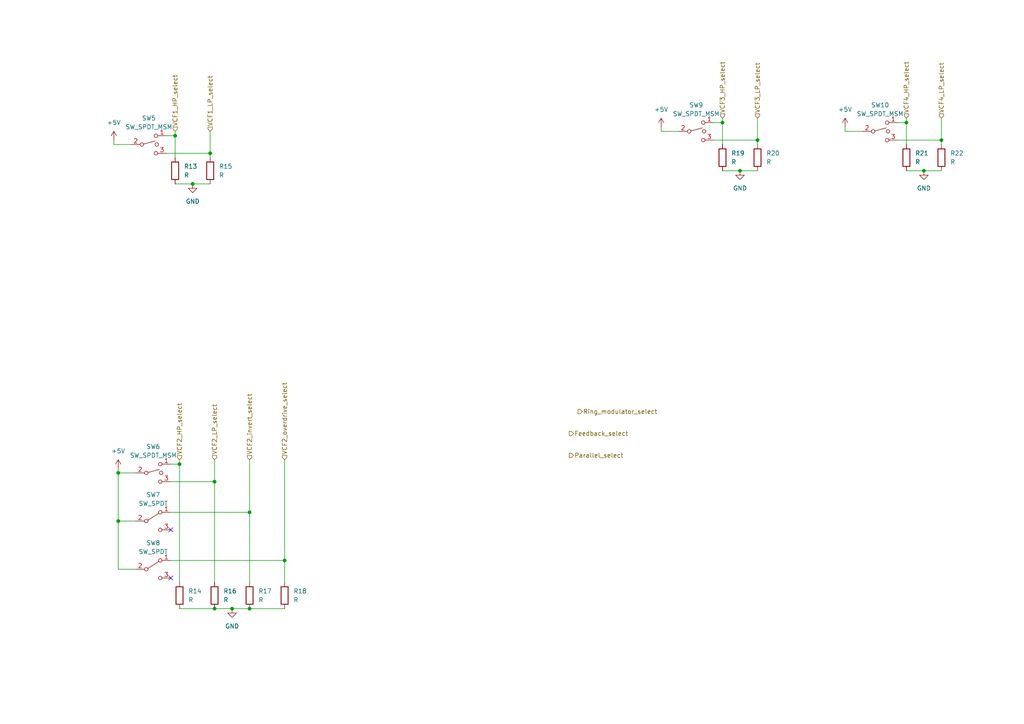
<source format=kicad_sch>
(kicad_sch (version 20210621) (generator eeschema)
  (paper "A4")
  (lib_symbols
    (symbol "Device:R" (pin_numbers hide) (pin_names (offset 0))
      (property "Reference" "R" (at 2.032 0 90))
      (property "Value" "R" (at 0 0 90))
      (symbol "R_0_1"
        (rectangle (start -1.016 -2.54) (end 1.016 2.54) (stroke (width 0.254)))
      )
      (symbol "R_1_1"
        (pin passive line (at 0 3.81 270) (length 1.27) (name "~") (number "1"))
        (pin passive line (at 0 -3.81 90) (length 1.27) (name "~") (number "2"))
      )
    )
    (symbol "Switch:SW_SPDT" (pin_names (offset 0) hide)
      (property "Reference" "SW" (at 0 4.318 0))
      (property "Value" "SW_SPDT" (at 0 -5.08 0))
      (symbol "SW_SPDT_0_0"
        (circle (center -2.032 0) (radius 0.508))
        (circle (center 2.032 -2.54) (radius 0.508))
      )
      (symbol "SW_SPDT_0_1"
        (polyline (pts (xy -1.524 0.254) (xy 1.651 2.286)))
        (circle (center 2.032 2.54) (radius 0.508))
      )
      (symbol "SW_SPDT_1_1"
        (pin passive line (at 5.08 2.54 180) (length 2.54) (name "A") (number "1"))
        (pin passive line (at -5.08 0 0) (length 2.54) (name "B") (number "2"))
        (pin passive line (at 5.08 -2.54 180) (length 2.54) (name "C") (number "3"))
      )
    )
    (symbol "Switch:SW_SPDT_MSM" (pin_names (offset 0) hide)
      (property "Reference" "SW" (at 0 5.08 0))
      (property "Value" "SW_SPDT_MSM" (at 0 -5.08 0))
      (symbol "SW_SPDT_MSM_0_0"
        (circle (center -2.032 0) (radius 0.508))
        (polyline (pts (xy -1.524 0.127) (xy 1.778 1.016)))
        (circle (center 2.032 -2.54) (radius 0.508))
      )
      (symbol "SW_SPDT_MSM_0_1"
        (circle (center 2.032 2.54) (radius 0.508))
        (circle (center 2.286 0) (radius 0.508))
      )
      (symbol "SW_SPDT_MSM_1_1"
        (pin passive line (at 5.08 2.54 180) (length 2.54) (name "1") (number "1"))
        (pin passive line (at -5.08 0 0) (length 2.54) (name "2") (number "2"))
        (pin passive line (at 5.08 -2.54 180) (length 2.54) (name "3") (number "3"))
      )
    )
    (symbol "power:+5V" (power) (pin_names (offset 0))
      (property "Value" "+5V" (at 0 3.556 0))
      (symbol "+5V_0_1"
        (polyline (pts (xy -0.762 1.27) (xy 0 2.54)))
        (polyline (pts (xy 0 0) (xy 0 2.54)))
        (polyline (pts (xy 0 2.54) (xy 0.762 1.27)))
      )
      (symbol "+5V_1_1"
        (pin power_in line (at 0 0 90) (length 0) hide (name "+5V") (number "1"))
      )
    )
    (symbol "power:GND" (power) (pin_names (offset 0))
      (property "Value" "GND" (at 0 -3.81 0))
      (symbol "GND_0_1"
        (polyline (pts (xy 0 0) (xy 0 -1.27) (xy 1.27 -1.27) (xy 0 -2.54) (xy -1.27 -1.27) (xy 0 -1.27)))
      )
      (symbol "GND_1_1"
        (pin power_in line (at 0 0 270) (length 0) hide (name "GND") (number "1"))
      )
    )
  )
  (junction (at 34.29 137.16))
  (junction (at 62.23 139.7))
  (junction (at 219.71 40.64))
  (junction (at 273.05 40.64))
  (junction (at 62.23 176.53))
  (junction (at 209.55 35.56))
  (junction (at 82.55 162.56))
  (junction (at 72.39 176.53))
  (junction (at 52.07 134.62))
  (junction (at 72.39 148.59))
  (junction (at 60.96 44.45))
  (junction (at 67.31 176.53))
  (junction (at 55.88 53.34))
  (junction (at 50.8 39.37))
  (junction (at 262.89 35.56))
  (junction (at 214.63 49.53))
  (junction (at 267.97 49.53))
  (junction (at 34.29 151.13))
  (no_connect (at 49.53 167.64))
  (no_connect (at 49.53 153.67))
  (wire (pts (xy 49.53 148.59) (xy 72.39 148.59)))
  (wire (pts (xy 207.01 35.56) (xy 209.55 35.56)))
  (wire (pts (xy 33.02 40.64) (xy 33.02 41.91)))
  (wire (pts (xy 33.02 41.91) (xy 38.1 41.91)))
  (wire (pts (xy 260.35 40.64) (xy 273.05 40.64)))
  (wire (pts (xy 50.8 38.1) (xy 50.8 39.37)))
  (wire (pts (xy 50.8 39.37) (xy 50.8 45.72)))
  (wire (pts (xy 219.71 40.64) (xy 219.71 41.91)))
  (wire (pts (xy 34.29 151.13) (xy 39.37 151.13)))
  (wire (pts (xy 49.53 162.56) (xy 82.55 162.56)))
  (wire (pts (xy 262.89 49.53) (xy 267.97 49.53)))
  (wire (pts (xy 214.63 49.53) (xy 219.71 49.53)))
  (wire (pts (xy 49.53 134.62) (xy 52.07 134.62)))
  (wire (pts (xy 62.23 139.7) (xy 62.23 168.91)))
  (wire (pts (xy 262.89 34.29) (xy 262.89 35.56)))
  (wire (pts (xy 52.07 134.62) (xy 52.07 168.91)))
  (wire (pts (xy 260.35 35.56) (xy 262.89 35.56)))
  (wire (pts (xy 50.8 53.34) (xy 55.88 53.34)))
  (wire (pts (xy 55.88 53.34) (xy 60.96 53.34)))
  (wire (pts (xy 34.29 137.16) (xy 39.37 137.16)))
  (wire (pts (xy 207.01 40.64) (xy 219.71 40.64)))
  (wire (pts (xy 209.55 49.53) (xy 214.63 49.53)))
  (wire (pts (xy 245.11 38.1) (xy 250.19 38.1)))
  (wire (pts (xy 34.29 135.89) (xy 34.29 137.16)))
  (wire (pts (xy 273.05 40.64) (xy 273.05 41.91)))
  (wire (pts (xy 49.53 139.7) (xy 62.23 139.7)))
  (wire (pts (xy 191.77 36.83) (xy 191.77 38.1)))
  (wire (pts (xy 82.55 133.35) (xy 82.55 162.56)))
  (wire (pts (xy 82.55 162.56) (xy 82.55 168.91)))
  (wire (pts (xy 209.55 35.56) (xy 209.55 41.91)))
  (wire (pts (xy 72.39 133.35) (xy 72.39 148.59)))
  (wire (pts (xy 72.39 148.59) (xy 72.39 168.91)))
  (wire (pts (xy 219.71 34.29) (xy 219.71 40.64)))
  (wire (pts (xy 273.05 34.29) (xy 273.05 40.64)))
  (wire (pts (xy 62.23 133.35) (xy 62.23 139.7)))
  (wire (pts (xy 209.55 34.29) (xy 209.55 35.56)))
  (wire (pts (xy 267.97 49.53) (xy 273.05 49.53)))
  (wire (pts (xy 191.77 38.1) (xy 196.85 38.1)))
  (wire (pts (xy 60.96 38.1) (xy 60.96 44.45)))
  (wire (pts (xy 60.96 44.45) (xy 60.96 45.72)))
  (wire (pts (xy 52.07 133.35) (xy 52.07 134.62)))
  (wire (pts (xy 52.07 176.53) (xy 62.23 176.53)))
  (wire (pts (xy 62.23 176.53) (xy 67.31 176.53)))
  (wire (pts (xy 72.39 176.53) (xy 82.55 176.53)))
  (wire (pts (xy 67.31 176.53) (xy 72.39 176.53)))
  (wire (pts (xy 48.26 39.37) (xy 50.8 39.37)))
  (wire (pts (xy 34.29 151.13) (xy 34.29 137.16)))
  (wire (pts (xy 39.37 165.1) (xy 34.29 165.1)))
  (wire (pts (xy 34.29 165.1) (xy 34.29 151.13)))
  (wire (pts (xy 48.26 44.45) (xy 60.96 44.45)))
  (wire (pts (xy 262.89 35.56) (xy 262.89 41.91)))
  (wire (pts (xy 245.11 36.83) (xy 245.11 38.1)))
  (hierarchical_label "VCF3_LP_select" (shape input) (at 219.71 34.29 90))
  (hierarchical_label "Feedback_select" (shape output) (at 165.1 125.73 0))
  (hierarchical_label "Parallel_select" (shape output) (at 165.1 132.08 0))
  (hierarchical_label "Ring_modulator_select" (shape output) (at 167.64 119.38 0))
  (hierarchical_label "VCF2_LP_select" (shape input) (at 62.23 133.35 90))
  (hierarchical_label "VCF4_HP_select" (shape input) (at 262.89 34.29 90))
  (hierarchical_label "VCF3_HP_select" (shape input) (at 209.55 34.29 90))
  (hierarchical_label "VCF2_invert_select" (shape input) (at 72.39 133.35 90))
  (hierarchical_label "VCF2_HP_select" (shape input) (at 52.07 133.35 90))
  (hierarchical_label "VCF4_LP_select" (shape input) (at 273.05 34.29 90))
  (hierarchical_label "VCF1_HP_select" (shape input) (at 50.8 38.1 90))
  (hierarchical_label "VCF2_overdrive_select" (shape input) (at 82.55 133.35 90))
  (hierarchical_label "VCF1_LP_select" (shape input) (at 60.96 38.1 90))
  (symbol (lib_id "power:GND") (at 55.88 53.34 0) (unit 1)
    (property "Reference" "#PWR08" (effects hide))
    (property "Value" "GND" (at 55.88 58.42 0))
  )
  (symbol (lib_id "Device:R") (at 52.07 172.72 0) (unit 1)
    (property "Reference" "R14" (at 54.61 171.4499 0) (effects (justify left)))
    (property "Value" "R" (at 54.61 173.9899 0) (effects (justify left)))
    (property "Footprint" "Resistor_SMD:R_0603_1608Metric" (effects hide))
  )
  (symbol (lib_id "Device:R") (at 219.71 45.72 0) (unit 1)
    (property "Reference" "R20" (at 222.25 44.4499 0) (effects (justify left)))
    (property "Value" "R" (at 222.25 46.9899 0) (effects (justify left)))
    (property "Footprint" "Resistor_SMD:R_0603_1608Metric" (effects hide))
  )
  (symbol (lib_id "Device:R") (at 209.55 45.72 0) (unit 1)
    (property "Reference" "R19" (at 212.09 44.4499 0) (effects (justify left)))
    (property "Value" "R" (at 212.09 46.9899 0) (effects (justify left)))
    (property "Footprint" "Resistor_SMD:R_0603_1608Metric" (effects hide))
  )
  (symbol (lib_id "power:+5V") (at 33.02 40.64 0) (unit 1)
    (property "Reference" "#PWR06" (effects hide))
    (property "Value" "+5V" (at 33.02 35.56 0))
  )
  (symbol (lib_id "Device:R") (at 62.23 172.72 0) (unit 1)
    (property "Reference" "R16" (at 64.77 171.4499 0) (effects (justify left)))
    (property "Value" "R" (at 64.77 173.9899 0) (effects (justify left)))
    (property "Footprint" "Resistor_SMD:R_0603_1608Metric" (effects hide))
  )
  (symbol (lib_id "power:+5V") (at 191.77 36.83 0) (unit 1)
    (property "Reference" "#PWR010" (effects hide))
    (property "Value" "+5V" (at 191.77 31.75 0))
  )
  (symbol (lib_id "Switch:SW_SPDT") (at 44.45 165.1 0) (unit 1)
    (property "Reference" "SW8" (at 44.45 157.48 0))
    (property "Value" "SW_SPDT" (at 44.45 160.02 0))
  )
  (symbol (lib_id "Device:R") (at 72.39 172.72 0) (unit 1)
    (property "Reference" "R17" (at 74.93 171.4499 0) (effects (justify left)))
    (property "Value" "R" (at 74.93 173.9899 0) (effects (justify left)))
    (property "Footprint" "Resistor_SMD:R_0603_1608Metric" (effects hide))
  )
  (symbol (lib_id "Device:R") (at 82.55 172.72 0) (unit 1)
    (property "Reference" "R18" (at 85.09 171.4499 0) (effects (justify left)))
    (property "Value" "R" (at 85.09 173.9899 0) (effects (justify left)))
    (property "Footprint" "Resistor_SMD:R_0603_1608Metric" (effects hide))
  )
  (symbol (lib_id "Device:R") (at 262.89 45.72 0) (unit 1)
    (property "Reference" "R21" (at 265.43 44.4499 0) (effects (justify left)))
    (property "Value" "R" (at 265.43 46.9899 0) (effects (justify left)))
    (property "Footprint" "Resistor_SMD:R_0603_1608Metric" (effects hide))
  )
  (symbol (lib_id "power:GND") (at 67.31 176.53 0) (unit 1)
    (property "Reference" "#PWR09" (effects hide))
    (property "Value" "GND" (at 67.31 181.61 0))
  )
  (symbol (lib_id "power:+5V") (at 34.29 135.89 0) (unit 1)
    (property "Reference" "#PWR07" (effects hide))
    (property "Value" "+5V" (at 34.29 130.81 0))
  )
  (symbol (lib_id "power:GND") (at 267.97 49.53 0) (unit 1)
    (property "Reference" "#PWR013" (effects hide))
    (property "Value" "GND" (at 267.97 54.61 0))
  )
  (symbol (lib_id "power:+5V") (at 245.11 36.83 0) (unit 1)
    (property "Reference" "#PWR012" (effects hide))
    (property "Value" "+5V" (at 245.11 31.75 0))
  )
  (symbol (lib_id "Switch:SW_SPDT") (at 44.45 151.13 0) (unit 1)
    (property "Reference" "SW7" (at 44.45 143.51 0))
    (property "Value" "SW_SPDT" (at 44.45 146.05 0))
  )
  (symbol (lib_id "power:GND") (at 214.63 49.53 0) (unit 1)
    (property "Reference" "#PWR011" (effects hide))
    (property "Value" "GND" (at 214.63 54.61 0))
  )
  (symbol (lib_id "Device:R") (at 50.8 49.53 0) (unit 1)
    (property "Reference" "R13" (at 53.34 48.2599 0) (effects (justify left)))
    (property "Value" "R" (at 53.34 50.7999 0) (effects (justify left)))
    (property "Footprint" "Resistor_SMD:R_0603_1608Metric" (effects hide))
  )
  (symbol (lib_id "Device:R") (at 60.96 49.53 0) (unit 1)
    (property "Reference" "R15" (at 63.5 48.2599 0) (effects (justify left)))
    (property "Value" "R" (at 63.5 50.7999 0) (effects (justify left)))
    (property "Footprint" "Resistor_SMD:R_0603_1608Metric" (effects hide))
  )
  (symbol (lib_id "Device:R") (at 273.05 45.72 0) (unit 1)
    (property "Reference" "R22" (at 275.59 44.4499 0) (effects (justify left)))
    (property "Value" "R" (at 275.59 46.9899 0) (effects (justify left)))
    (property "Footprint" "Resistor_SMD:R_0603_1608Metric" (effects hide))
  )
  (symbol (lib_id "Switch:SW_SPDT_MSM") (at 201.93 38.1 0) (unit 1)
    (property "Reference" "SW9" (at 201.93 30.48 0))
    (property "Value" "SW_SPDT_MSM" (at 201.93 33.02 0))
  )
  (symbol (lib_id "Switch:SW_SPDT_MSM") (at 44.45 137.16 0) (unit 1)
    (property "Reference" "SW6" (at 44.45 129.54 0))
    (property "Value" "SW_SPDT_MSM" (at 44.45 132.08 0))
  )
  (symbol (lib_id "Switch:SW_SPDT_MSM") (at 43.18 41.91 0) (unit 1)
    (property "Reference" "SW5" (at 43.18 34.29 0))
    (property "Value" "SW_SPDT_MSM" (at 43.18 36.83 0))
  )
  (symbol (lib_id "Switch:SW_SPDT_MSM") (at 255.27 38.1 0) (unit 1)
    (property "Reference" "SW10" (at 255.27 30.48 0))
    (property "Value" "SW_SPDT_MSM" (at 255.27 33.02 0))
  )
)
</source>
